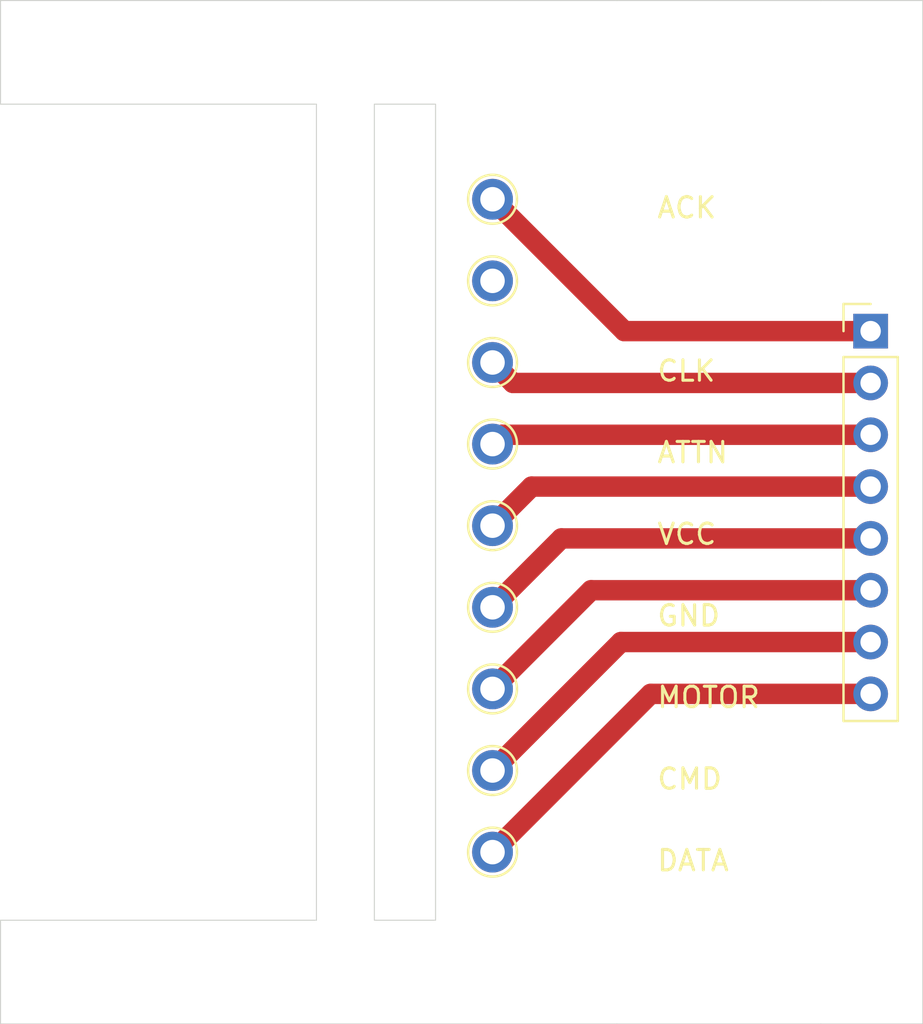
<source format=kicad_pcb>
(kicad_pcb (version 20240108) (generator "pcbnew") (generator_version "8.0")
  (title_block (title "PsxControllerShield") (date "2020-02-29") (rev "1") (company "SukkoPera") (comment 1 "Licensed under CERN OHL v.1.2"))
  (layers (0 "F.Cu" mixed) (31 "B.Cu" mixed) (36 "B.SilkS" user "B.Silkscreen") (37 "F.SilkS" user "F.Silkscreen") (38 "B.Mask" user) (39 "F.Mask" user) (44 "Edge.Cuts" user))
  (net 0 "")
  (footprint "TestPoint:TestPoint_THTPad_D2.0mm_Drill1.0mm" (layer "F.Cu") (at 143.256 87.677625)
    (property "Reference" "REF**" (hide yes))
    (property "Value" "TestPoint_THTPad_D2.0mm_Drill1.0mm" (hide yes))
    (fp_circle (center 0 0) (end 0 1.2) (stroke (width 0.12)) (fill none) (layer "F.SilkS"))
    (pad "5" thru_hole circle (at 0 0) (size 2 2) (drill 1.2) (layers "*.Cu" "*.Mask"))
  )
  (footprint "TestPoint:TestPoint_THTPad_D2.0mm_Drill1.0mm" (layer "F.Cu") (at 143.256 91.677625)
    (property "Reference" "REF**" (hide yes))
    (property "Value" "TestPoint_THTPad_D2.0mm_Drill1.0mm" (hide yes))
    (fp_circle (center 0 0) (end 0 1.2) (stroke (width 0.12)) (fill none) (layer "F.SilkS"))
    (pad "4" thru_hole circle (at 0 0) (size 2 2) (drill 1.2) (layers "*.Cu" "*.Mask"))
  )
  (footprint "TestPoint:TestPoint_THTPad_D2.0mm_Drill1.0mm" (layer "F.Cu") (at 143.256 103.677625)
    (property "Reference" "REF**" (hide yes))
    (property "Value" "TestPoint_THTPad_D2.0mm_Drill1.0mm" (hide yes))
    (fp_circle (center 0 0) (end 0 1.2) (stroke (width 0.12)) (fill none) (layer "F.SilkS"))
    (pad "1" thru_hole circle (at 0 0) (size 2 2) (drill 1.2) (layers "*.Cu" "*.Mask"))
  )
  (footprint "TestPoint:TestPoint_THTPad_D2.0mm_Drill1.0mm" (layer "F.Cu") (at 143.256 99.677625)
    (property "Reference" "REF**" (hide yes))
    (property "Value" "TestPoint_THTPad_D2.0mm_Drill1.0mm" (hide yes))
    (fp_circle (center 0 0) (end 0 1.2) (stroke (width 0.12)) (fill none) (layer "F.SilkS"))
    (pad "2" thru_hole circle (at 0 0) (size 2 2) (drill 1.2) (layers "*.Cu" "*.Mask"))
  )
  (footprint "TestPoint:TestPoint_THTPad_D2.0mm_Drill1.0mm" (layer "F.Cu") (at 143.256 83.677625)
    (property "Reference" "REF**" (hide yes))
    (property "Value" "TestPoint_THTPad_D2.0mm_Drill1.0mm" (hide yes))
    (fp_circle (center 0 0) (end 0 1.2) (stroke (width 0.12)) (fill none) (layer "F.SilkS"))
    (pad "6" thru_hole circle (at 0 0) (size 2 2) (drill 1.2) (layers "*.Cu" "*.Mask"))
  )
  (footprint "TestPoint:TestPoint_THTPad_D2.0mm_Drill1.0mm" (layer "F.Cu") (at 143.256 75.677625)
    (property "Reference" "REF**" (hide yes))
    (property "Value" "TestPoint_THTPad_D2.0mm_Drill1.0mm" (hide yes))
    (fp_circle (center 0 0) (end 0 1.2) (stroke (width 0.12)) (fill none) (layer "F.SilkS"))
    (pad "8" thru_hole circle (at 0 0) (size 2 2) (drill 1.2) (layers "*.Cu" "*.Mask"))
  )
  (footprint "Connector_PinHeader_2.54mm:PinHeader_1x08_P2.54mm_Vertical" (layer "F.Cu") (at 161.798 78.141)
    (property "Reference" "REF**" (hide yes))
    (property "Value" "PinHeader_1x08_P2.54mm_Vertical" (hide yes))
    (fp_line (start -1.33 -1.33) (end 0 -1.33) (stroke (width 0.12)) (layer "F.SilkS"))
    (fp_line (start -1.33 0) (end -1.33 -1.33) (stroke (width 0.12)) (layer "F.SilkS"))
    (fp_line (start -1.33 1.27) (end -1.33 19.11) (stroke (width 0.12)) (layer "F.SilkS"))
    (fp_line (start -1.33 1.27) (end 1.33 1.27) (stroke (width 0.12)) (layer "F.SilkS"))
    (fp_line (start -1.33 19.11) (end 1.33 19.11) (stroke (width 0.12)) (layer "F.SilkS"))
    (fp_line (start 1.33 1.27) (end 1.33 19.11) (stroke (width 0.12)) (layer "F.SilkS"))
    (pad "1" thru_hole rect (at 0 0) (size 1.7 1.7) (drill 1) (layers "*.Cu" "*.Mask"))
    (pad "2" thru_hole oval (at 0 2.54) (size 1.7 1.7) (drill 1) (layers "*.Cu" "*.Mask"))
    (pad "3" thru_hole oval (at 0 5.08) (size 1.7 1.7) (drill 1) (layers "*.Cu" "*.Mask"))
    (pad "4" thru_hole oval (at 0 7.62) (size 1.7 1.7) (drill 1) (layers "*.Cu" "*.Mask"))
    (pad "5" thru_hole oval (at 0 10.16) (size 1.7 1.7) (drill 1) (layers "*.Cu" "*.Mask"))
    (pad "6" thru_hole oval (at 0 12.7) (size 1.7 1.7) (drill 1) (layers "*.Cu" "*.Mask"))
    (pad "7" thru_hole oval (at 0 15.24) (size 1.7 1.7) (drill 1) (layers "*.Cu" "*.Mask"))
    (pad "8" thru_hole oval (at 0 17.78) (size 1.7 1.7) (drill 1) (layers "*.Cu" "*.Mask"))
  )
  (footprint "TestPoint:TestPoint_THTPad_D2.0mm_Drill1.0mm" (layer "F.Cu") (at 143.256 95.677625)
    (property "Reference" "REF**" (hide yes))
    (property "Value" "TestPoint_THTPad_D2.0mm_Drill1.0mm" (hide yes))
    (fp_circle (center 0 0) (end 0 1.2) (stroke (width 0.12)) (fill none) (layer "F.SilkS"))
    (pad "3" thru_hole circle (at 0 0) (size 2 2) (drill 1.2) (layers "*.Cu" "*.Mask"))
  )
  (footprint "TestPoint:TestPoint_THTPad_D2.0mm_Drill1.0mm" (layer "F.Cu") (at 143.256 79.677625)
    (property "Reference" "REF**" (hide yes))
    (property "Value" "TestPoint_THTPad_D2.0mm_Drill1.0mm" (hide yes))
    (fp_circle (center 0 0) (end 0 1.2) (stroke (width 0.12)) (fill none) (layer "F.SilkS"))
    (pad "7" thru_hole circle (at 0 0) (size 2 2) (drill 1.2) (layers "*.Cu" "*.Mask"))
  )
  (footprint "TestPoint:TestPoint_THTPad_D2.0mm_Drill1.0mm" (layer "F.Cu") (at 143.256 71.677625)
    (property "Reference" "REF**" (hide yes))
    (property "Value" "TestPoint_THTPad_D2.0mm_Drill1.0mm" (hide yes))
    (fp_circle (center 0 0) (end 0 1.2) (stroke (width 0.12)) (fill none) (layer "F.SilkS"))
    (pad "9" thru_hole circle (at 0 0) (size 2 2) (drill 1.2) (layers "*.Cu" "*.Mask"))
  )
  (gr_line (start 119.128 61.936) (end 149.354 61.936) (stroke (width 0.05)) (layer "Edge.Cuts"))
  (gr_line (start 159.354 61.936) (end 149.354 61.936) (stroke (width 0.05)) (layer "Edge.Cuts"))
  (gr_rect (start 137.462 67.016) (end 140.462 107.016) (stroke (width 0.05)) (fill none) (layer "Edge.Cuts"))
  (gr_line (start 164.354 61.936) (end 159.354 61.936) (stroke (width 0.05)) (layer "Edge.Cuts"))
  (gr_line (start 159.354 112.096) (end 149.354 112.096) (stroke (width 0.05)) (layer "Edge.Cuts"))
  (gr_line (start 134.62 67.016) (end 134.62 107.016) (stroke (width 0.05)) (layer "Edge.Cuts"))
  (gr_line (start 134.62 67.016) (end 119.128 67.016) (stroke (width 0.05)) (layer "Edge.Cuts"))
  (gr_line (start 164.354 61.936) (end 164.354 112.096) (stroke (width 0.05)) (layer "Edge.Cuts"))
  (gr_line (start 119.128 61.936) (end 119.128 67.016) (stroke (width 0.05)) (layer "Edge.Cuts"))
  (gr_line (start 119.128 107.016) (end 119.128 112.096) (stroke (width 0.05)) (layer "Edge.Cuts"))
  (gr_line (start 119.128 112.096) (end 149.354 112.096) (stroke (width 0.05)) (layer "Edge.Cuts"))
  (gr_line (start 134.62 107.016) (end 119.128 107.016) (stroke (width 0.05)) (layer "Edge.Cuts"))
  (gr_line (start 164.354 112.096) (end 159.354 112.096) (stroke (width 0.05)) (layer "Edge.Cuts"))
  (gr_text "CMD" (at 151.256 100.677625 0) (layer "F.SilkS") (effects (font (size 1 1)) (justify left bottom)))
  (gr_text "GND" (at 151.256 92.677625 0) (layer "F.SilkS") (effects (font (size 1 1)) (justify left bottom)))
  (gr_text "MOTOR" (at 151.256 96.677625 0) (layer "F.SilkS") (effects (font (size 1 1)) (justify left bottom)))
  (gr_text "ACK" (at 151.256 72.677625 0) (layer "F.SilkS") (effects (font (size 1 1)) (justify left bottom)))
  (gr_text "DATA" (at 151.256 104.677625 0) (layer "F.SilkS") (effects (font (size 1 1)) (justify left bottom)))
  (gr_text "ATTN" (at 151.256 84.677625 0) (layer "F.SilkS") (effects (font (size 1 1)) (justify left bottom)))
  (gr_text "VCC" (at 151.256 88.677625 0) (layer "F.SilkS") (effects (font (size 1 1)) (justify left bottom)))
  (gr_text "CLK" (at 151.256 80.677625 0) (layer "F.SilkS") (effects (font (size 1 1)) (justify left bottom)))
  (segment (start 149.719375 78.141) (end 143.256 71.677625) (width 1) (layer "F.Cu") (net 0))
  (segment (start 161.798 83.221) (end 143.712625 83.221) (width 1) (layer "F.Cu") (net 0))
  (segment (start 161.798 95.921) (end 151.012625 95.921) (width 1) (layer "F.Cu") (net 0))
  (segment (start 143.712625 83.221) (end 143.256 83.677625) (width 1) (layer "F.Cu") (net 0))
  (segment (start 161.798 90.841) (end 148.092625 90.841) (width 1) (layer "F.Cu") (net 0))
  (segment (start 161.798 85.761) (end 145.172625 85.761) (width 1) (layer "F.Cu") (net 0))
  (segment (start 149.552625 93.381) (end 143.256 99.677625) (width 1) (layer "F.Cu") (net 0))
  (segment (start 161.798 78.141) (end 149.719375 78.141) (width 1) (layer "F.Cu") (net 0))
  (segment (start 161.798 88.301) (end 146.632625 88.301) (width 1) (layer "F.Cu") (net 0))
  (segment (start 145.172625 85.761) (end 143.256 87.677625) (width 1) (layer "F.Cu") (net 0))
  (segment (start 151.012625 95.921) (end 143.256 103.677625) (width 1) (layer "F.Cu") (net 0))
  (segment (start 148.092625 90.841) (end 143.256 95.677625) (width 1) (layer "F.Cu") (net 0))
  (segment (start 146.632625 88.301) (end 143.256 91.677625) (width 1) (layer "F.Cu") (net 0))
  (segment (start 161.798 80.681) (end 144.259375 80.681) (width 1) (layer "F.Cu") (net 0))
  (segment (start 161.798 93.381) (end 149.552625 93.381) (width 1) (layer "F.Cu") (net 0))
  (segment (start 144.259375 80.681) (end 143.256 79.677625) (width 1) (layer "F.Cu") (net 0))
)
</source>
